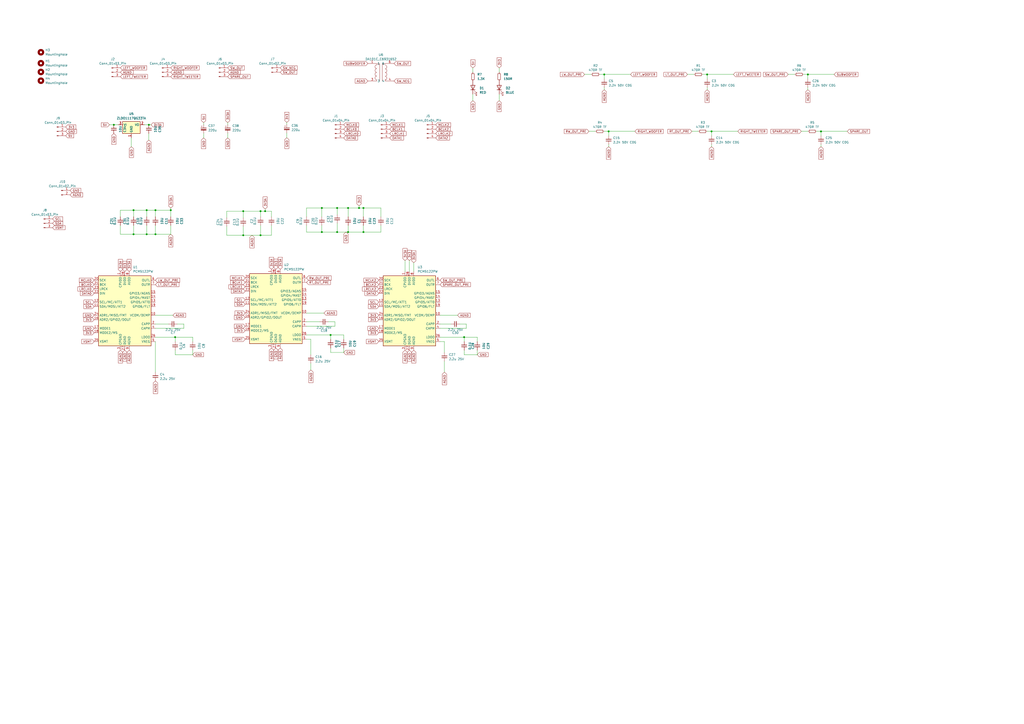
<source format=kicad_sch>
(kicad_sch (version 20231120) (generator "eeschema") (generator_version "8.0")
  (paper "A2")
  (junction (at 85.09 121.92))
  (junction (at 151.13 122.5027))
  (junction (at 353.06 76.2))
  (junction (at 141.0993 136.4727))
  (junction (at 151.13 136.4727))
  (junction (at 90.17 121.92))
  (junction (at 269.24 195.58))
  (junction (at 66.04 72.39))
  (junction (at 153.7993 122.5027))
  (junction (at 201.93 120.65))
  (junction (at 410.21 43.18))
  (junction (at 90.17 135.89))
  (junction (at 210.82 134.62))
  (junction (at 476.25 76.2))
  (junction (at 86.36 72.39))
  (junction (at 195.58 134.62))
  (junction (at 210.82 120.65))
  (junction (at 77.47 121.92))
  (junction (at 186.69 134.62))
  (junction (at 186.69 120.65))
  (junction (at 195.58 120.65))
  (junction (at 141.0993 122.5027))
  (junction (at 101.6 195.58))
  (junction (at 99.06 121.92))
  (junction (at 77.47 135.89))
  (junction (at 201.93 134.62))
  (junction (at 412.75 76.2))
  (junction (at 191.77 194.31))
  (junction (at 208.28 120.65))
  (junction (at 350.52 43.18))
  (junction (at 85.09 135.89))
  (junction (at 468.63 43.18))
  (wire (pts (xy 66.04 72.39) (xy 68.58 72.39)))
  (wire (pts (xy 276.86 205.74) (xy 276.86 203.2)))
  (wire (pts (xy 410.21 52.07) (xy 410.21 50.8)))
  (wire (pts (xy 255.27 195.58) (xy 269.24 195.58)))
  (wire (pts (xy 201.93 134.62) (xy 210.82 134.62)))
  (wire (pts (xy 427.99 76.2) (xy 412.75 76.2)))
  (wire (pts (xy 177.8 194.31) (xy 191.77 194.31)))
  (wire (pts (xy 350.52 45.72) (xy 350.52 43.18)))
  (wire (pts (xy 99.06 125.73) (xy 99.06 121.92)))
  (wire (pts (xy 157.48 122.5027) (xy 153.7993 122.5027)))
  (wire (pts (xy 131.5421 136.4727) (xy 131.5421 131.3569)))
  (wire (pts (xy 199.39 194.31) (xy 199.39 196.85)))
  (wire (pts (xy 177.8 181.61) (xy 187.96 181.61)))
  (wire (pts (xy 118.11 71.12) (xy 118.11 72.263)))
  (wire (pts (xy 153.7993 122.5027) (xy 151.13 122.5027)))
  (wire (pts (xy 131.5421 122.5027) (xy 131.5421 126.2769)))
  (wire (pts (xy 102.87 187.96) (xy 106.68 187.96)))
  (wire (pts (xy 186.69 130.81) (xy 186.69 134.62)))
  (wire (pts (xy 132.08 71.12) (xy 132.08 72.263)))
  (wire (pts (xy 353.06 85.09) (xy 353.06 83.82)))
  (wire (pts (xy 255.27 190.5) (xy 270.51 190.5)))
  (wire (pts (xy 77.47 135.89) (xy 69.85 135.89)))
  (wire (pts (xy 118.11 80.01) (xy 118.11 77.343)))
  (wire (pts (xy 90.17 121.92) (xy 99.06 121.92)))
  (wire (pts (xy 186.69 134.62) (xy 195.58 134.62)))
  (wire (pts (xy 208.28 120.65) (xy 201.93 120.65)))
  (wire (pts (xy 186.69 134.62) (xy 177.8 134.62)))
  (wire (pts (xy 90.17 198.12) (xy 90.17 215.9)))
  (wire (pts (xy 195.58 120.65) (xy 195.58 124.46)))
  (wire (pts (xy 111.76 195.58) (xy 111.76 198.12)))
  (wire (pts (xy 473.71 76.2) (xy 476.25 76.2)))
  (wire (pts (xy 199.39 204.47) (xy 199.39 201.93)))
  (wire (pts (xy 274.32 58.42) (xy 274.32 54.61)))
  (wire (pts (xy 90.17 135.89) (xy 99.06 135.89)))
  (wire (pts (xy 468.63 52.07) (xy 468.63 50.8)))
  (wire (pts (xy 85.09 121.92) (xy 77.47 121.92)))
  (wire (pts (xy 85.09 121.92) (xy 85.09 125.73)))
  (wire (pts (xy 190.5 186.69) (xy 194.31 186.69)))
  (wire (pts (xy 457.2 43.18) (xy 461.01 43.18)))
  (wire (pts (xy 86.36 72.39) (xy 83.82 72.39)))
  (wire (pts (xy 191.77 194.31) (xy 191.77 196.85)))
  (wire (pts (xy 368.3 76.2) (xy 353.06 76.2)))
  (wire (pts (xy 269.24 195.58) (xy 276.86 195.58)))
  (wire (pts (xy 141.0993 122.5027) (xy 131.5421 122.5027)))
  (wire (pts (xy 257.81 209.55) (xy 257.81 215.9)))
  (wire (pts (xy 234.95 151.13) (xy 234.95 157.48)))
  (wire (pts (xy 141.0993 122.5027) (xy 141.0993 126.3127)))
  (wire (pts (xy 132.08 80.01) (xy 132.08 77.343)))
  (wire (pts (xy 106.68 187.96) (xy 106.68 190.5)))
  (wire (pts (xy 186.69 120.65) (xy 177.8 120.65)))
  (wire (pts (xy 201.93 125.73) (xy 201.93 120.65)))
  (wire (pts (xy 210.82 125.73) (xy 210.82 120.65)))
  (wire (pts (xy 90.17 130.81) (xy 90.17 135.89)))
  (wire (pts (xy 339.09 43.18) (xy 342.9 43.18)))
  (wire (pts (xy 210.82 134.62) (xy 220.98 134.62)))
  (wire (pts (xy 412.75 78.74) (xy 412.75 76.2)))
  (wire (pts (xy 180.34 210.82) (xy 180.34 214.63)))
  (wire (pts (xy 237.49 151.13) (xy 237.49 157.48)))
  (wire (pts (xy 90.17 125.73) (xy 90.17 121.92)))
  (wire (pts (xy 186.69 120.65) (xy 186.69 125.73)))
  (wire (pts (xy 201.93 130.81) (xy 201.93 134.62)))
  (wire (pts (xy 101.6 205.74) (xy 101.6 203.2)))
  (wire (pts (xy 77.47 121.92) (xy 69.85 121.92)))
  (wire (pts (xy 412.75 85.09) (xy 412.75 83.82)))
  (wire (pts (xy 195.58 134.62) (xy 201.93 134.62)))
  (wire (pts (xy 151.13 122.5027) (xy 151.13 125.73)))
  (wire (pts (xy 483.87 43.18) (xy 468.63 43.18)))
  (wire (pts (xy 69.85 135.89) (xy 69.85 130.81)))
  (wire (pts (xy 491.49 76.2) (xy 476.25 76.2)))
  (wire (pts (xy 141.0993 136.4727) (xy 151.13 136.4727)))
  (wire (pts (xy 347.98 43.18) (xy 350.52 43.18)))
  (wire (pts (xy 191.77 194.31) (xy 199.39 194.31)))
  (wire (pts (xy 85.09 135.89) (xy 77.47 135.89)))
  (wire (pts (xy 195.58 129.54) (xy 195.58 134.62)))
  (wire (pts (xy 210.82 130.81) (xy 210.82 134.62)))
  (wire (pts (xy 106.68 190.5) (xy 90.17 190.5)))
  (wire (pts (xy 353.06 78.74) (xy 353.06 76.2)))
  (wire (pts (xy 111.76 205.74) (xy 111.76 203.2)))
  (wire (pts (xy 177.8 120.65) (xy 177.8 125.73)))
  (wire (pts (xy 177.8 196.85) (xy 180.34 196.85)))
  (wire (pts (xy 141.0993 131.3927) (xy 141.0993 136.4727)))
  (wire (pts (xy 407.67 43.18) (xy 410.21 43.18)))
  (wire (pts (xy 464.82 76.2) (xy 468.63 76.2)))
  (wire (pts (xy 194.31 186.69) (xy 194.31 189.23)))
  (wire (pts (xy 63.5 72.39) (xy 66.04 72.39)))
  (wire (pts (xy 141.0993 122.5027) (xy 151.13 122.5027)))
  (wire (pts (xy 210.82 120.65) (xy 220.98 120.65)))
  (wire (pts (xy 341.63 76.2) (xy 345.44 76.2)))
  (wire (pts (xy 208.28 120.65) (xy 208.28 119.38)))
  (wire (pts (xy 365.76 43.18) (xy 350.52 43.18)))
  (wire (pts (xy 97.79 187.96) (xy 90.17 187.96)))
  (wire (pts (xy 99.06 130.81) (xy 99.06 135.89)))
  (wire (pts (xy 398.78 43.18) (xy 402.59 43.18)))
  (wire (pts (xy 180.34 196.85) (xy 180.34 205.74)))
  (wire (pts (xy 157.48 130.81) (xy 157.48 136.4727)))
  (wire (pts (xy 153.7993 122.5027) (xy 153.7993 121.2327)))
  (wire (pts (xy 201.93 120.65) (xy 195.58 120.65)))
  (wire (pts (xy 401.32 76.2) (xy 405.13 76.2)))
  (wire (pts (xy 425.45 43.18) (xy 410.21 43.18)))
  (wire (pts (xy 157.48 136.4727) (xy 151.13 136.4727)))
  (wire (pts (xy 269.24 205.74) (xy 269.24 203.2)))
  (wire (pts (xy 77.47 130.81) (xy 77.47 135.89)))
  (wire (pts (xy 77.47 121.92) (xy 77.47 125.73)))
  (wire (pts (xy 274.32 39.37) (xy 274.32 41.91)))
  (wire (pts (xy 157.48 125.73) (xy 157.48 122.5027)))
  (wire (pts (xy 166.37 79.883) (xy 166.37 77.216)))
  (wire (pts (xy 220.98 125.73) (xy 220.98 120.65)))
  (wire (pts (xy 466.09 43.18) (xy 468.63 43.18)))
  (wire (pts (xy 101.6 195.58) (xy 101.6 198.12)))
  (wire (pts (xy 269.24 195.58) (xy 269.24 198.12)))
  (wire (pts (xy 266.7 187.96) (xy 270.51 187.96)))
  (wire (pts (xy 410.21 76.2) (xy 412.75 76.2)))
  (wire (pts (xy 194.31 189.23) (xy 177.8 189.23)))
  (wire (pts (xy 90.17 182.88) (xy 100.33 182.88)))
  (wire (pts (xy 76.2 85.09) (xy 76.2 80.01)))
  (wire (pts (xy 186.69 120.65) (xy 195.58 120.65)))
  (wire (pts (xy 85.09 130.81) (xy 85.09 135.89)))
  (wire (pts (xy 87.63 72.39) (xy 86.36 72.39)))
  (wire (pts (xy 220.98 130.81) (xy 220.98 134.62)))
  (wire (pts (xy 191.77 204.47) (xy 191.77 201.93)))
  (wire (pts (xy 476.25 85.09) (xy 476.25 83.82)))
  (wire (pts (xy 86.36 81.28) (xy 86.36 77.47)))
  (wire (pts (xy 410.21 45.72) (xy 410.21 43.18)))
  (wire (pts (xy 255.27 187.96) (xy 261.62 187.96)))
  (wire (pts (xy 255.27 198.12) (xy 257.81 198.12)))
  (wire (pts (xy 111.76 205.74) (xy 101.6 205.74)))
  (wire (pts (xy 85.09 121.92) (xy 90.17 121.92)))
  (wire (pts (xy 257.81 198.12) (xy 257.81 204.47)))
  (wire (pts (xy 240.03 152.4) (xy 240.03 157.48)))
  (wire (pts (xy 151.13 130.81) (xy 151.13 136.4727)))
  (wire (pts (xy 141.0993 136.4727) (xy 131.5421 136.4727)))
  (wire (pts (xy 350.52 76.2) (xy 353.06 76.2)))
  (wire (pts (xy 85.09 135.89) (xy 90.17 135.89)))
  (wire (pts (xy 185.42 186.69) (xy 177.8 186.69)))
  (wire (pts (xy 468.63 45.72) (xy 468.63 43.18)))
  (wire (pts (xy 69.85 121.92) (xy 69.85 125.73)))
  (wire (pts (xy 350.52 52.07) (xy 350.52 50.8)))
  (wire (pts (xy 270.51 187.96) (xy 270.51 190.5)))
  (wire (pts (xy 199.39 204.47) (xy 191.77 204.47)))
  (wire (pts (xy 276.86 195.58) (xy 276.86 198.12)))
  (wire (pts (xy 289.56 39.37) (xy 289.56 41.91)))
  (wire (pts (xy 90.17 195.58) (xy 101.6 195.58)))
  (wire (pts (xy 99.06 121.92) (xy 99.06 120.65)))
  (wire (pts (xy 208.28 120.65) (xy 210.82 120.65)))
  (wire (pts (xy 476.25 78.74) (xy 476.25 76.2)))
  (wire (pts (xy 166.37 70.993) (xy 166.37 72.136)))
  (wire (pts (xy 255.27 182.88) (xy 265.43 182.88)))
  (wire (pts (xy 289.56 58.42) (xy 289.56 54.61)))
  (wire (pts (xy 276.86 205.74) (xy 269.24 205.74)))
  (wire (pts (xy 177.8 134.62) (xy 177.8 130.81)))
  (wire (pts (xy 101.6 195.58) (xy 111.76 195.58)))
  (global_label "AGND" (shape input) (at 240.03 203.2 270) (property "Intersheetrefs" "${INTERSHEET_REFS}" (effects (hide yes))))
  (global_label "MCLK1" (shape input) (at 226.06 72.39 0) (property "Intersheetrefs" "${INTERSHEET_REFS}" (effects (hide yes))))
  (global_label "AGND" (shape input) (at 410.21 52.07 270) (property "Intersheetrefs" "${INTERSHEET_REFS}" (effects (hide yes))))
  (global_label "LRCLK1" (shape input) (at 226.06 77.47 0) (property "Intersheetrefs" "${INTERSHEET_REFS}" (effects (hide yes))))
  (global_label "3V3A" (shape input) (at 99.06 120.65 90) (property "Intersheetrefs" "${INTERSHEET_REFS}" (effects (hide yes))))
  (global_label "AGND" (shape input) (at 69.85 41.91 0) (property "Intersheetrefs" "${INTERSHEET_REFS}" (effects (hide yes))))
  (global_label "SPARE_OUT" (shape input) (at 491.49 76.2 0) (property "Intersheetrefs" "${INTERSHEET_REFS}" (effects (hide yes))))
  (global_label "BCLK1" (shape input) (at 142.24 163.83 180) (property "Intersheetrefs" "${INTERSHEET_REFS}" (effects (hide yes))))
  (global_label "SPARE_OUT" (shape input) (at 132.08 44.45 0) (property "Intersheetrefs" "${INTERSHEET_REFS}" (effects (hide yes))))
  (global_label "DATA1" (shape input) (at 142.24 168.91 180) (property "Intersheetrefs" "${INTERSHEET_REFS}" (effects (hide yes))))
  (global_label "AGND" (shape input) (at 353.06 85.09 270) (property "Intersheetrefs" "${INTERSHEET_REFS}" (effects (hide yes))))
  (global_label "3V3A" (shape input) (at 87.63 72.39 0) (property "Intersheetrefs" "${INTERSHEET_REFS}" (effects (hide yes))))
  (global_label "RIGHT_TWEETER" (shape input) (at 99.06 44.45 0) (property "Intersheetrefs" "${INTERSHEET_REFS}" (effects (hide yes))))
  (global_label "AGND" (shape input) (at 74.93 203.2 270) (property "Intersheetrefs" "${INTERSHEET_REFS}" (effects (hide yes))))
  (global_label "AGND" (shape input) (at 86.36 81.28 270) (property "Intersheetrefs" "${INTERSHEET_REFS}" (effects (hide yes))))
  (global_label "LRCLK2" (shape input) (at 252.73 77.47 0) (property "Intersheetrefs" "${INTERSHEET_REFS}" (effects (hide yes))))
  (global_label "5V" (shape input) (at 38.1 78.74 0) (property "Intersheetrefs" "${INTERSHEET_REFS}" (effects (hide yes))))
  (global_label "SW_NEG" (shape input) (at 228.6 46.99 0) (property "Intersheetrefs" "${INTERSHEET_REFS}" (effects (hide yes))))
  (global_label "RW_OUT_PRE" (shape input) (at 177.8 161.29 0) (property "Intersheetrefs" "${INTERSHEET_REFS}" (effects (hide yes))))
  (global_label "LW_OUT_PRE" (shape input) (at 339.09 43.18 180) (property "Intersheetrefs" "${INTERSHEET_REFS}" (effects (hide yes))))
  (global_label "3V3" (shape input) (at 219.71 193.04 180) (property "Intersheetrefs" "${INTERSHEET_REFS}" (effects (hide yes))))
  (global_label "AGND" (shape input) (at 213.36 46.99 180) (property "Intersheetrefs" "${INTERSHEET_REFS}" (effects (hide yes))))
  (global_label "3V3A" (shape input) (at 234.95 151.13 90) (property "Intersheetrefs" "${INTERSHEET_REFS}" (effects (hide yes))))
  (global_label "XSMT" (shape input) (at 30.48 132.08 0) (property "Intersheetrefs" "${INTERSHEET_REFS}" (effects (hide yes))))
  (global_label "3V3" (shape input) (at 160.02 156.21 90) (property "Intersheetrefs" "${INTERSHEET_REFS}" (effects (hide yes))))
  (global_label "GND" (shape input) (at 38.1 76.2 0) (property "Intersheetrefs" "${INTERSHEET_REFS}" (effects (hide yes))))
  (global_label "GND" (shape input) (at 289.56 58.42 270) (property "Intersheetrefs" "${INTERSHEET_REFS}" (effects (hide yes))))
  (global_label "GND" (shape input) (at 132.08 80.01 270) (property "Intersheetrefs" "${INTERSHEET_REFS}" (effects (hide yes))))
  (global_label "LEFT_TWEETER" (shape input) (at 69.85 44.45 0) (property "Intersheetrefs" "${INTERSHEET_REFS}" (effects (hide yes))))
  (global_label "GND" (shape input) (at 54.61 190.5 180) (property "Intersheetrefs" "${INTERSHEET_REFS}" (effects (hide yes))))
  (global_label "GND" (shape input) (at 142.24 184.15 180) (property "Intersheetrefs" "${INTERSHEET_REFS}" (effects (hide yes))))
  (global_label "MCLK0" (shape input) (at 199.39 72.39 0) (property "Intersheetrefs" "${INTERSHEET_REFS}" (effects (hide yes))))
  (global_label "RIGHT_WOOFER" (shape input) (at 368.3 76.2 0) (property "Intersheetrefs" "${INTERSHEET_REFS}" (effects (hide yes))))
  (global_label "5V" (shape input) (at 274.32 39.37 90) (property "Intersheetrefs" "${INTERSHEET_REFS}" (effects (hide yes))))
  (global_label "AGND" (shape input) (at 257.81 215.9 270) (property "Intersheetrefs" "${INTERSHEET_REFS}" (effects (hide yes))))
  (global_label "GND" (shape input) (at 199.39 204.47 0) (property "Intersheetrefs" "${INTERSHEET_REFS}" (effects (hide yes))))
  (global_label "3V3" (shape input) (at 54.61 185.42 180) (property "Intersheetrefs" "${INTERSHEET_REFS}" (effects (hide yes))))
  (global_label "3V3" (shape input) (at 208.28 119.38 90) (property "Intersheetrefs" "${INTERSHEET_REFS}" (effects (hide yes))))
  (global_label "AGND" (shape input) (at 412.75 85.09 270) (property "Intersheetrefs" "${INTERSHEET_REFS}" (effects (hide yes))))
  (global_label "AGND" (shape input) (at 234.95 203.2 270) (property "Intersheetrefs" "${INTERSHEET_REFS}" (effects (hide yes))))
  (global_label "GND" (shape input) (at 66.04 77.47 270) (property "Intersheetrefs" "${INTERSHEET_REFS}" (effects (hide yes))))
  (global_label "MCLK0" (shape input) (at 54.61 162.56 180) (property "Intersheetrefs" "${INTERSHEET_REFS}" (effects (hide yes))))
  (global_label "AGND" (shape input) (at 100.33 182.88 0) (property "Intersheetrefs" "${INTERSHEET_REFS}" (effects (hide yes))))
  (global_label "GND" (shape input) (at 160.02 201.93 270) (property "Intersheetrefs" "${INTERSHEET_REFS}" (effects (hide yes))))
  (global_label "3V3" (shape input) (at 166.37 70.993 90) (property "Intersheetrefs" "${INTERSHEET_REFS}" (effects (hide yes))))
  (global_label "GND" (shape input) (at 166.37 79.883 270) (property "Intersheetrefs" "${INTERSHEET_REFS}" (effects (hide yes))))
  (global_label "GND" (shape input) (at 72.39 203.2 270) (property "Intersheetrefs" "${INTERSHEET_REFS}" (effects (hide yes))))
  (global_label "GND" (shape input) (at 274.32 58.42 270) (property "Intersheetrefs" "${INTERSHEET_REFS}" (effects (hide yes))))
  (global_label "MCLK1" (shape input) (at 142.24 161.29 180) (property "Intersheetrefs" "${INTERSHEET_REFS}" (effects (hide yes))))
  (global_label "AGND" (shape input) (at 162.56 201.93 270) (property "Intersheetrefs" "${INTERSHEET_REFS}" (effects (hide yes))))
  (global_label "3V3" (shape input) (at 219.71 182.88 180) (property "Intersheetrefs" "${INTERSHEET_REFS}" (effects (hide yes))))
  (global_label "LT_OUT_PRE" (shape input) (at 398.78 43.18 180) (property "Intersheetrefs" "${INTERSHEET_REFS}" (effects (hide yes))))
  (global_label "SUBWOOFER" (shape input) (at 483.87 43.18 0) (property "Intersheetrefs" "${INTERSHEET_REFS}" (effects (hide yes))))
  (global_label "GND" (shape input) (at 219.71 190.5 180) (property "Intersheetrefs" "${INTERSHEET_REFS}" (effects (hide yes))))
  (global_label "SDA" (shape input) (at 30.48 129.54 0) (property "Intersheetrefs" "${INTERSHEET_REFS}" (effects (hide yes))))
  (global_label "SW_OUT_PRE" (shape input) (at 457.2 43.18 180) (property "Intersheetrefs" "${INTERSHEET_REFS}" (effects (hide yes))))
  (global_label "DATA0" (shape input) (at 199.39 80.01 0) (property "Intersheetrefs" "${INTERSHEET_REFS}" (effects (hide yes))))
  (global_label "SDA" (shape input) (at 142.24 176.53 180) (property "Intersheetrefs" "${INTERSHEET_REFS}" (effects (hide yes))))
  (global_label "GND" (shape input) (at 200.66 134.62 270) (property "Intersheetrefs" "${INTERSHEET_REFS}" (effects (hide yes))))
  (global_label "MCLK2" (shape input) (at 219.71 162.56 180) (property "Intersheetrefs" "${INTERSHEET_REFS}" (effects (hide yes))))
  (global_label "SCL" (shape input) (at 219.71 175.26 180) (property "Intersheetrefs" "${INTERSHEET_REFS}" (effects (hide yes))))
  (global_label "3V3A" (shape input) (at 153.7993 121.2327 90) (property "Intersheetrefs" "${INTERSHEET_REFS}" (effects (hide yes))))
  (global_label "SCL" (shape input) (at 54.61 175.26 180) (property "Intersheetrefs" "${INTERSHEET_REFS}" (effects (hide yes))))
  (global_label "3V3" (shape input) (at 72.39 157.48 90) (property "Intersheetrefs" "${INTERSHEET_REFS}" (effects (hide yes))))
  (global_label "AGND" (shape input) (at 180.34 214.63 270) (property "Intersheetrefs" "${INTERSHEET_REFS}" (effects (hide yes))))
  (global_label "BCLK2" (shape input) (at 219.71 165.1 180) (property "Intersheetrefs" "${INTERSHEET_REFS}" (effects (hide yes))))
  (global_label "AGND" (shape input) (at 99.06 135.89 270) (property "Intersheetrefs" "${INTERSHEET_REFS}" (effects (hide yes))))
  (global_label "SCL" (shape input) (at 30.48 127 0) (property "Intersheetrefs" "${INTERSHEET_REFS}" (effects (hide yes))))
  (global_label "3V3" (shape input) (at 54.61 193.04 180) (property "Intersheetrefs" "${INTERSHEET_REFS}" (effects (hide yes))))
  (global_label "GND" (shape input) (at 40.64 110.49 0) (property "Intersheetrefs" "${INTERSHEET_REFS}" (effects (hide yes))))
  (global_label "AGND" (shape input) (at 350.52 52.07 270) (property "Intersheetrefs" "${INTERSHEET_REFS}" (effects (hide yes))))
  (global_label "RIGHT_TWEETER" (shape input) (at 427.99 76.2 0) (property "Intersheetrefs" "${INTERSHEET_REFS}" (effects (hide yes))))
  (global_label "LW_OUT_PRE" (shape input) (at 90.17 162.56 0) (property "Intersheetrefs" "${INTERSHEET_REFS}" (effects (hide yes))))
  (global_label "DATA0" (shape input) (at 54.61 170.18 180) (property "Intersheetrefs" "${INTERSHEET_REFS}" (effects (hide yes))))
  (global_label "3V3" (shape input) (at 142.24 181.61 180) (property "Intersheetrefs" "${INTERSHEET_REFS}" (effects (hide yes))))
  (global_label "3V3" (shape input) (at 38.1 73.66 0) (property "Intersheetrefs" "${INTERSHEET_REFS}" (effects (hide yes))))
  (global_label "XSMT" (shape input) (at 219.71 198.12 180) (property "Intersheetrefs" "${INTERSHEET_REFS}" (effects (hide yes))))
  (global_label "BCLK0" (shape input) (at 54.61 165.1 180) (property "Intersheetrefs" "${INTERSHEET_REFS}" (effects (hide yes))))
  (global_label "AGND" (shape input) (at 157.48 201.93 270) (property "Intersheetrefs" "${INTERSHEET_REFS}" (effects (hide yes))))
  (global_label "3V3" (shape input) (at 289.56 39.37 90) (property "Intersheetrefs" "${INTERSHEET_REFS}" (effects (hide yes))))
  (global_label "GND" (shape input) (at 142.24 189.23 180) (property "Intersheetrefs" "${INTERSHEET_REFS}" (effects (hide yes))))
  (global_label "LRCLK0" (shape input) (at 199.39 77.47 0) (property "Intersheetrefs" "${INTERSHEET_REFS}" (effects (hide yes))))
  (global_label "AGND" (shape input) (at 99.06 41.91 0) (property "Intersheetrefs" "${INTERSHEET_REFS}" (effects (hide yes))))
  (global_label "RT_OUT_PRE" (shape input) (at 177.8 163.83 0) (property "Intersheetrefs" "${INTERSHEET_REFS}" (effects (hide yes))))
  (global_label "AGND" (shape input) (at 146.1793 136.4727 270) (property "Intersheetrefs" "${INTERSHEET_REFS}" (effects (hide yes))))
  (global_label "AGND" (shape input) (at 132.08 41.91 0) (property "Intersheetrefs" "${INTERSHEET_REFS}" (effects (hide yes))))
  (global_label "BCLK1" (shape input) (at 226.06 74.93 0) (property "Intersheetrefs" "${INTERSHEET_REFS}" (effects (hide yes))))
  (global_label "3V3A" (shape input) (at 132.08 71.12 90) (property "Intersheetrefs" "${INTERSHEET_REFS}" (effects (hide yes))))
  (global_label "AGND" (shape input) (at 69.85 203.2 270) (property "Intersheetrefs" "${INTERSHEET_REFS}" (effects (hide yes))))
  (global_label "SW_OUT" (shape input) (at 132.08 39.37 0) (property "Intersheetrefs" "${INTERSHEET_REFS}" (effects (hide yes))))
  (global_label "3V3" (shape input) (at 142.24 191.77 180) (property "Intersheetrefs" "${INTERSHEET_REFS}" (effects (hide yes))))
  (global_label "AGND" (shape input) (at 90.17 220.98 270) (property "Intersheetrefs" "${INTERSHEET_REFS}" (effects (hide yes))))
  (global_label "LEFT_WOOFER" (shape input) (at 69.85 39.37 0) (property "Intersheetrefs" "${INTERSHEET_REFS}" (effects (hide yes))))
  (global_label "AGND" (shape input) (at 40.64 113.03 0) (property "Intersheetrefs" "${INTERSHEET_REFS}" (effects (hide yes))))
  (global_label "3V3" (shape input) (at 219.71 185.42 180) (property "Intersheetrefs" "${INTERSHEET_REFS}" (effects (hide yes))))
  (global_label "DATA2" (shape input) (at 252.73 80.01 0) (property "Intersheetrefs" "${INTERSHEET_REFS}" (effects (hide yes))))
  (global_label "3V3A" (shape input) (at 74.93 157.48 90) (property "Intersheetrefs" "${INTERSHEET_REFS}" (effects (hide yes))))
  (global_label "SDA" (shape input) (at 54.61 177.8 180) (property "Intersheetrefs" "${INTERSHEET_REFS}" (effects (hide yes))))
  (global_label "GND" (shape input) (at 276.86 205.74 0) (property "Intersheetrefs" "${INTERSHEET_REFS}" (effects (hide yes))))
  (global_label "DATA1" (shape input) (at 226.06 80.01 0) (property "Intersheetrefs" "${INTERSHEET_REFS}" (effects (hide yes))))
  (global_label "SPARE_OUT_PRE" (shape input) (at 464.82 76.2 180) (property "Intersheetrefs" "${INTERSHEET_REFS}" (effects (hide yes))))
  (global_label "BCLK0" (shape input) (at 199.39 74.93 0) (property "Intersheetrefs" "${INTERSHEET_REFS}" (effects (hide yes))))
  (global_label "BCLK2" (shape input) (at 252.73 74.93 0) (property "Intersheetrefs" "${INTERSHEET_REFS}" (effects (hide yes))))
  (global_label "GND" (shape input) (at 111.76 205.74 0) (property "Intersheetrefs" "${INTERSHEET_REFS}" (effects (hide yes))))
  (global_label "GND" (shape input) (at 237.49 203.2 270) (property "Intersheetrefs" "${INTERSHEET_REFS}" (effects (hide yes))))
  (global_label "SW_NEG" (shape input) (at 162.56 39.37 0) (property "Intersheetrefs" "${INTERSHEET_REFS}" (effects (hide yes))))
  (global_label "SW_OUT_PRE" (shape input) (at 255.27 162.56 0) (property "Intersheetrefs" "${INTERSHEET_REFS}" (effects (hide yes))))
  (global_label "LRCLK1" (shape input) (at 142.24 166.37 180) (property "Intersheetrefs" "${INTERSHEET_REFS}" (effects (hide yes))))
  (global_label "GND" (shape input) (at 76.2 85.09 270) (property "Intersheetrefs" "${INTERSHEET_REFS}" (effects (hide yes))))
  (global_label "SPARE_OUT_PRE" (shape input) (at 255.27 165.1 0) (property "Intersheetrefs" "${INTERSHEET_REFS}" (effects (hide yes))))
  (global_label "SW_OUT" (shape input) (at 228.6 36.83 0) (property "Intersheetrefs" "${INTERSHEET_REFS}" (effects (hide yes))))
  (global_label "XSMT" (shape input) (at 54.61 198.12 180) (property "Intersheetrefs" "${INTERSHEET_REFS}" (effects (hide yes))))
  (global_label "5V" (shape input) (at 63.5 72.39 180) (property "Intersheetrefs" "${INTERSHEET_REFS}" (effects (hide yes))))
  (global_label "AGND" (shape input) (at 476.25 85.09 270) (property "Intersheetrefs" "${INTERSHEET_REFS}" (effects (hide yes))))
  (global_label "LT_OUT_PRE" (shape input) (at 90.17 165.1 0) (property "Intersheetrefs" "${INTERSHEET_REFS}" (effects (hide yes))))
  (global_label "GND" (shape input) (at 118.11 80.01 270) (property "Intersheetrefs" "${INTERSHEET_REFS}" (effects (hide yes))))
  (global_label "LEFT_TWEETER" (shape input) (at 425.45 43.18 0) (property "Intersheetrefs" "${INTERSHEET_REFS}" (effects (hide yes))))
  (global_label "3V3A" (shape input) (at 240.03 152.4 90) (property "Intersheetrefs" "${INTERSHEET_REFS}" (effects (hide yes))))
  (global_label "AGND" (shape input) (at 187.96 181.61 0) (property "Intersheetrefs" "${INTERSHEET_REFS}" (effects (hide yes))))
  (global_label "AGND" (shape input) (at 468.63 52.07 270) (property "Intersheetrefs" "${INTERSHEET_REFS}" (effects (hide yes))))
  (global_label "AGND" (shape input) (at 265.43 182.88 0) (property "Intersheetrefs" "${INTERSHEET_REFS}" (effects (hide yes))))
  (global_label "SCL" (shape input) (at 142.24 173.99 180) (property "Intersheetrefs" "${INTERSHEET_REFS}" (effects (hide yes))))
  (global_label "LRCLK0" (shape input) (at 54.61 167.64 180) (property "Intersheetrefs" "${INTERSHEET_REFS}" (effects (hide yes))))
  (global_label "5V" (shape input) (at 118.11 71.12 90) (property "Intersheetrefs" "${INTERSHEET_REFS}" (effects (hide yes))))
  (global_label "SW_OUT" (shape input) (at 162.56 41.91 0) (property "Intersheetrefs" "${INTERSHEET_REFS}" (effects (hide yes))))
  (global_label "RT_OUT_PRE" (shape input) (at 401.32 76.2 180) (property "Intersheetrefs" "${INTERSHEET_REFS}" (effects (hide yes))))
  (global_label "RIGHT_WOOFER" (shape input) (at 99.06 39.37 0) (property "Intersheetrefs" "${INTERSHEET_REFS}" (effects (hide yes))))
  (global_label "SDA" (shape input) (at 219.71 177.8 180) (property "Intersheetrefs" "${INTERSHEET_REFS}" (effects (hide yes))))
  (global_label "RW_OUT_PRE" (shape input) (at 341.63 76.2 180) (property "Intersheetrefs" "${INTERSHEET_REFS}" (effects (hide yes))))
  (global_label "SUBWOOFER" (shape input) (at 213.36 36.83 180) (property "Intersheetrefs" "${INTERSHEET_REFS}" (effects (hide yes))))
  (global_label "3V3A" (shape input) (at 157.48 156.21 90) (property "Intersheetrefs" "${INTERSHEET_REFS}" (effects (hide yes))))
  (global_label "3V3" (shape input) (at 237.49 151.13 90) (property "Intersheetrefs" "${INTERSHEET_REFS}" (effects (hide yes))))
  (global_label "DATA2" (shape input) (at 219.71 170.18 180) (property "Intersheetrefs" "${INTERSHEET_REFS}" (effects (hide yes))))
  (global_label "MCLK2" (shape input) (at 252.73 72.39 0) (property "Intersheetrefs" "${INTERSHEET_REFS}" (effects (hide yes))))
  (global_label "3V3A" (shape input) (at 69.85 157.48 90) (property "Intersheetrefs" "${INTERSHEET_REFS}" (effects (hide yes))))
  (global_label "LEFT_WOOFER" (shape input) (at 365.76 43.18 0) (property "Intersheetrefs" "${INTERSHEET_REFS}" (effects (hide yes))))
  (global_label "GND" (shape input) (at 54.61 182.88 180) (property "Intersheetrefs" "${INTERSHEET_REFS}" (effects (hide yes))))
  (global_label "LRCLK2" (shape input) (at 219.71 167.64 180) (property "Intersheetrefs" "${INTERSHEET_REFS}" (effects (hide yes))))
  (global_label "XSMT" (shape input) (at 142.24 196.85 180) (property "Intersheetrefs" "${INTERSHEET_REFS}" (effects (hide yes))))
  (global_label "3V3A" (shape input) (at 162.56 156.21 90) (property "Intersheetrefs" "${INTERSHEET_REFS}" (effects (hide yes))))
  (symbol (lib_id "Device:LED") (at 289.56 50.8 90) (unit 1)
    (property "Reference" "D2" (at 293.37 51.1174 90) (effects (justify right)))
    (property "Value" "BLUE" (at 293.37 53.6574 90) (effects (justify right)))
    (property "Footprint" "LED_SMD:LED_0603_1608Metric" (effects (hide yes)))
    (property "Description" "Light emitting diode" (effects (hide yes)))
  )
  (symbol (lib_id "Device:R_Small") (at 407.67 76.2 90) (unit 1)
    (property "Reference" "R3" (at 407.67 71.12 90))
    (property "Value" "470R TF" (at 407.67 73.66 90))
    (property "Footprint" "Resistor_SMD:R_0805_2012Metric_Pad1.20x1.40mm_HandSolder" (effects (hide yes)))
    (property "Description" "Resistor, small symbol" (effects (hide yes)))
    (property "Mouser" "603-RT0805FRE07470RL" (effects (hide yes)))
  )
  (symbol (lib_id "Connector:Conn_01x02_Pin") (at 157.48 39.37 0) (unit 1)
    (property "Reference" "J7" (at 158.115 34.29 0))
    (property "Value" "Conn_01x02_Pin" (at 158.115 36.83 0))
    (property "Footprint" "Connector_JST:JST_PH_B2B-PH-K_1x02_P2.00mm_Vertical" (effects (hide yes)))
    (property "Description" "Generic connector, single row, 01x02, script generated" (effects (hide yes)))
  )
  (symbol (lib_id "Device:C_Small") (at 476.25 81.28 180) (unit 1)
    (property "Reference" "C25" (at 478.79 80.0035 0) (effects (justify right)))
    (property "Value" "2.2n 50V C0G" (at 478.79 82.5435 0) (effects (justify right)))
    (property "Footprint" "Capacitor_SMD:C_0805_2012Metric_Pad1.18x1.45mm_HandSolder" (effects (hide yes)))
    (property "Description" "Unpolarized capacitor, small symbol" (effects (hide yes)))
  )
  (symbol (lib_id "Connector:Conn_01x03_Pin") (at 25.4 129.54 0) (unit 1)
    (property "Reference" "J8" (at 26.035 121.92 0))
    (property "Value" "Conn_01x03_Pin" (at 26.035 124.46 0))
    (property "Footprint" "Connector_JST:JST_PH_B3B-PH-K_1x03_P2.00mm_Vertical" (effects (hide yes)))
    (property "Description" "Generic connector, single row, 01x03, script generated" (effects (hide yes)))
  )
  (symbol (lib_id "Device:C_Small") (at 199.39 199.39 0) (unit 1)
    (property "Reference" "C19" (at 205.74 199.3963 90))
    (property "Value" "10U" (at 203.2 199.3963 90))
    (property "Footprint" "Capacitor_SMD:C_1206_3216Metric_Pad1.33x1.80mm_HandSolder" (effects (hide yes)))
    (property "Description" "Unpolarized capacitor, small symbol" (effects (hide yes)))
  )
  (symbol (lib_id "Device:C_Small") (at 201.93 128.27 0) (unit 1)
    (property "Reference" "C1" (at 208.28 128.2763 90))
    (property "Value" "10U" (at 205.74 128.2763 90))
    (property "Footprint" "Capacitor_SMD:C_1206_3216Metric_Pad1.33x1.80mm_HandSolder" (effects (hide yes)))
    (property "Description" "Unpolarized capacitor, small symbol" (effects (hide yes)))
  )
  (symbol (lib_id "Mechanical:MountingHole") (at 23.7383 36.6689 0) (unit 1) (exclude_from_sim yes) (in_bom no)
    (property "Reference" "H1" (at 26.2783 35.3988 0) (effects (justify left)))
    (property "Value" "MountingHole" (at 26.2783 37.9388 0) (effects (justify left)))
    (property "Footprint" "MountingHole:MountingHole_3.2mm_M3_DIN965_Pad_TopOnly" (effects (hide yes)))
    (property "Description" "Mounting Hole without connection" (effects (hide yes)))
  )
  (symbol (lib_id "Mechanical:MountingHole") (at 23.7383 46.8289 0) (unit 1) (exclude_from_sim yes) (in_bom no)
    (property "Reference" "H4" (at 26.2783 45.5588 0) (effects (justify left)))
    (property "Value" "MountingHole" (at 26.2783 48.0988 0) (effects (justify left)))
    (property "Footprint" "MountingHole:MountingHole_3.2mm_M3_DIN965_Pad_TopOnly" (effects (hide yes)))
    (property "Description" "Mounting Hole without connection" (effects (hide yes)))
  )
  (symbol (lib_id "Connector:Conn_01x03_Pin") (at 127 41.91 0) (unit 1)
    (property "Reference" "J6" (at 127.635 34.29 0))
    (property "Value" "Conn_01x03_Pin" (at 127.635 36.83 0))
    (property "Footprint" "Connector_JST:JST_PH_B3B-PH-K_1x03_P2.00mm_Vertical" (effects (hide yes)))
    (property "Description" "Generic connector, single row, 01x03, script generated" (effects (hide yes)))
  )
  (symbol (lib_id "Connector:Conn_01x04_Pin") (at 247.65 74.93 0) (unit 1)
    (property "Reference" "J5" (at 248.285 67.31 0))
    (property "Value" "Conn_01x04_Pin" (at 248.285 69.85 0))
    (property "Footprint" "Connector_JST:JST_PH_B4B-PH-K_1x04_P2.00mm_Vertical" (effects (hide yes)))
    (property "Description" "Generic connector, single row, 01x04, script generated" (effects (hide yes)))
  )
  (symbol (lib_id "Connector:Conn_01x03_Pin") (at 64.77 41.91 0) (unit 1)
    (property "Reference" "J2" (at 65.405 34.29 0))
    (property "Value" "Conn_01x03_Pin" (at 65.405 36.83 0))
    (property "Footprint" "Connector_JST:JST_PH_B3B-PH-K_1x03_P2.00mm_Vertical" (effects (hide yes)))
    (property "Description" "Generic connector, single row, 01x03, script generated" (effects (hide yes)))
  )
  (symbol (lib_id "Device:C_Small") (at 177.8 128.27 0) (unit 1)
    (property "Reference" "C9" (at 172.72 128.27 90))
    (property "Value" "0.1U" (at 174.498 128.27 90))
    (property "Footprint" "Capacitor_SMD:C_0805_2012Metric_Pad1.18x1.45mm_HandSolder" (effects (hide yes)))
    (property "Description" "Unpolarized capacitor, small symbol" (effects (hide yes)))
  )
  (symbol (lib_id "Device:C_Polarized_Small") (at 132.08 74.803 0) (unit 1)
    (property "Reference" "C38" (at 134.747 72.9869 0) (effects (justify left)))
    (property "Value" "220u" (at 134.747 75.5269 0) (effects (justify left)))
    (property "Footprint" "Capacitor_THT:CP_Radial_D6.3mm_P2.50mm" (effects (hide yes)))
  )
  (symbol (lib_id "Device:C_Small") (at 350.52 48.26 180) (unit 1)
    (property "Reference" "C5" (at 353.06 46.9835 0) (effects (justify right)))
    (property "Value" "2.2n 50V C0G" (at 353.06 49.5235 0) (effects (justify right)))
    (property "Footprint" "Capacitor_SMD:C_0805_2012Metric_Pad1.18x1.45mm_HandSolder" (effects (hide yes)))
    (property "Description" "Unpolarized capacitor, small symbol" (effects (hide yes)))
    (property "Mouser" "791-0805N222F500CT" (effects (hide yes)))
  )
  (symbol (lib_id "Device:R_Small") (at 471.17 76.2 90) (unit 1)
    (property "Reference" "R5" (at 471.17 71.12 90))
    (property "Value" "470R TF" (at 471.17 73.66 90))
    (property "Footprint" "Resistor_SMD:R_0805_2012Metric_Pad1.20x1.40mm_HandSolder" (effects (hide yes)))
    (property "Description" "Resistor, small symbol" (effects (hide yes)))
    (property "Mouser" "603-RT0805FRE07470RL" (effects (hide yes)))
  )
  (symbol (lib_id "Device:C_Small") (at 468.63 48.26 180) (unit 1)
    (property "Reference" "C26" (at 471.17 46.9835 0) (effects (justify right)))
    (property "Value" "2.2n 50V C0G" (at 471.17 49.5235 0) (effects (justify right)))
    (property "Footprint" "Capacitor_SMD:C_0805_2012Metric_Pad1.18x1.45mm_HandSolder" (effects (hide yes)))
    (property "Description" "Unpolarized capacitor, small symbol" (effects (hide yes)))
  )
  (symbol (lib_id "Audio:PCM5122PW") (at 72.39 180.34 0) (unit 1)
    (property "Reference" "U1" (at 77.1241 154.94 0) (effects (justify left)))
    (property "Value" "PCM5122PW" (at 77.1241 157.48 0) (effects (justify left)))
    (property "Footprint" "Package_SO:TSSOP-28_4.4x9.7mm_P0.65mm" (effects (hide yes)))
    (property "Datasheet" "http://www.ti.com/lit/ds/symlink/pcm5122.pdf" (effects (hide yes)))
    (property "Description" "2VRMS DirectPath, 112dB Audio Stereo DAC with 32-bit, 384kHz PCM Interface, TSSOP-28" (effects (hide yes)))
    (property "Mouser" " 595-PCM5122PWR " (effects (hide yes)))
  )
  (symbol (lib_id "Device:R_Small") (at 405.13 43.18 90) (unit 1)
    (property "Reference" "R1" (at 405.13 38.1 90))
    (property "Value" "470R TF" (at 405.13 40.64 90))
    (property "Footprint" "Resistor_SMD:R_0805_2012Metric_Pad1.20x1.40mm_HandSolder" (effects (hide yes)))
    (property "Description" "Resistor, small symbol" (effects (hide yes)))
    (property "Mouser" "603-RT0805FRE07470RL" (effects (hide yes)))
  )
  (symbol (lib_id "Device:R_Small") (at 463.55 43.18 90) (unit 1)
    (property "Reference" "R6" (at 463.55 38.1 90))
    (property "Value" "470R TF" (at 463.55 40.64 90))
    (property "Footprint" "Resistor_SMD:R_0805_2012Metric_Pad1.20x1.40mm_HandSolder" (effects (hide yes)))
    (property "Description" "Resistor, small symbol" (effects (hide yes)))
    (property "Mouser" "603-RT0805FRE07470RL" (effects (hide yes)))
  )
  (symbol (lib_id "Device:C_Small") (at 100.33 187.96 90) (unit 1)
    (property "Reference" "C7" (at 100.33 193.04 90))
    (property "Value" "2.2u 25V" (at 100.33 191.262 90))
    (property "Footprint" "Capacitor_SMD:C_0805_2012Metric_Pad1.18x1.45mm_HandSolder" (effects (hide yes)))
    (property "Description" "Unpolarized capacitor, small symbol" (effects (hide yes)))
    (property "Mouser" " 603-CC1206JKX78BB225 " (effects (hide yes)))
  )
  (symbol (lib_id "Device:C_Polarized_Small") (at 118.11 74.803 0) (unit 1)
    (property "Reference" "C37" (at 120.777 72.9869 0) (effects (justify left)))
    (property "Value" "220u" (at 120.777 75.5269 0) (effects (justify left)))
    (property "Footprint" "Capacitor_THT:CP_Radial_D6.3mm_P2.50mm" (effects (hide yes)))
  )
  (symbol (lib_id "Device:C_Small") (at 131.5421 128.8169 0) (unit 1)
    (property "Reference" "C24" (at 126.4621 128.8169 90))
    (property "Value" "0.1U" (at 128.2401 128.8169 90))
    (property "Footprint" "Capacitor_SMD:C_0805_2012Metric_Pad1.18x1.45mm_HandSolder" (effects (hide yes)))
    (property "Description" "Unpolarized capacitor, small symbol" (effects (hide yes)))
  )
  (symbol (lib_id "Device:C_Small") (at 186.69 128.27 0) (unit 1)
    (property "Reference" "C20" (at 181.61 128.27 90))
    (property "Value" "0.1U" (at 183.388 128.27 90))
    (property "Footprint" "Capacitor_SMD:C_0805_2012Metric_Pad1.18x1.45mm_HandSolder" (effects (hide yes)))
    (property "Description" "Unpolarized capacitor, small symbol" (effects (hide yes)))
  )
  (symbol (lib_id "Device:C_Small") (at 195.58 127 0) (unit 1)
    (property "Reference" "C32" (at 190.5 127 90))
    (property "Value" "0.1U" (at 192.278 127 90))
    (property "Footprint" "Capacitor_SMD:C_0805_2012Metric_Pad1.18x1.45mm_HandSolder" (effects (hide yes)))
    (property "Description" "Unpolarized capacitor, small symbol" (effects (hide yes)))
  )
  (symbol (lib_id "Connector:Conn_01x02_Pin") (at 35.56 110.49 0) (unit 1)
    (property "Reference" "J10" (at 36.195 105.41 0))
    (property "Value" "Conn_01x02_Pin" (at 36.195 107.95 0))
    (property "Footprint" "Connector_PinHeader_2.54mm:PinHeader_1x02_P2.54mm_Vertical" (effects (hide yes)))
    (property "Description" "Generic connector, single row, 01x02, script generated" (effects (hide yes)))
  )
  (symbol (lib_id "Device:C_Small") (at 410.21 48.26 180) (unit 1)
    (property "Reference" "C3" (at 412.75 46.9835 0) (effects (justify right)))
    (property "Value" "2.2n 50V C0G" (at 412.75 49.5235 0) (effects (justify right)))
    (property "Footprint" "Capacitor_SMD:C_0805_2012Metric_Pad1.18x1.45mm_HandSolder" (effects (hide yes)))
    (property "Description" "Unpolarized capacitor, small symbol" (effects (hide yes)))
    (property "Mouser" "791-0805N222F500CT" (effects (hide yes)))
  )
  (symbol (lib_id "Device:C_Small") (at 269.24 200.66 180) (unit 1)
    (property "Reference" "C28" (at 274.32 200.66 90))
    (property "Value" "0.1U" (at 272.542 200.66 90))
    (property "Footprint" "Capacitor_SMD:C_0805_2012Metric_Pad1.18x1.45mm_HandSolder" (effects (hide yes)))
    (property "Description" "Unpolarized capacitor, small symbol" (effects (hide yes)))
  )
  (symbol (lib_id "Device:C_Small") (at 99.06 128.27 0) (unit 1)
    (property "Reference" "C33" (at 105.41 128.2763 90))
    (property "Value" "10U" (at 102.87 128.2763 90))
    (property "Footprint" "Capacitor_SMD:C_1206_3216Metric_Pad1.33x1.80mm_HandSolder" (effects (hide yes)))
    (property "Description" "Unpolarized capacitor, small symbol" (effects (hide yes)))
  )
  (symbol (lib_id "Device:C_Small") (at 220.98 128.27 0) (unit 1)
    (property "Reference" "C12" (at 227.33 128.2763 90))
    (property "Value" "10U" (at 224.79 128.2763 90))
    (property "Footprint" "Capacitor_SMD:C_1206_3216Metric_Pad1.33x1.80mm_HandSolder" (effects (hide yes)))
    (property "Description" "Unpolarized capacitor, small symbol" (effects (hide yes)))
  )
  (symbol (lib_id "Audio:PCM5122PW") (at 160.02 179.07 0) (unit 1)
    (property "Reference" "U2" (at 164.7541 153.67 0) (effects (justify left)))
    (property "Value" "PCM5122PW" (at 164.7541 156.21 0) (effects (justify left)))
    (property "Footprint" "Package_SO:TSSOP-28_4.4x9.7mm_P0.65mm" (effects (hide yes)))
    (property "Datasheet" "http://www.ti.com/lit/ds/symlink/pcm5122.pdf" (effects (hide yes)))
    (property "Description" "2VRMS DirectPath, 112dB Audio Stereo DAC with 32-bit, 384kHz PCM Interface, TSSOP-28" (effects (hide yes)))
    (property "Mouser" " 595-PCM5122PWR " (effects (hide yes)))
  )
  (symbol (lib_id "Device:C_Small") (at 353.06 81.28 180) (unit 1)
    (property "Reference" "C15" (at 355.6 80.0035 0) (effects (justify right)))
    (property "Value" "2.2n 50V C0G" (at 355.6 82.5435 0) (effects (justify right)))
    (property "Footprint" "Capacitor_SMD:C_0805_2012Metric_Pad1.18x1.45mm_HandSolder" (effects (hide yes)))
    (property "Description" "Unpolarized capacitor, small symbol" (effects (hide yes)))
    (property "Mouser" "791-0805N222F500CT" (effects (hide yes)))
  )
  (symbol (lib_id "Device:C_Small") (at 85.09 128.27 0) (unit 1)
    (property "Reference" "C10" (at 80.01 128.27 90))
    (property "Value" "0.1U" (at 81.788 128.27 90))
    (property "Footprint" "Capacitor_SMD:C_0805_2012Metric_Pad1.18x1.45mm_HandSolder" (effects (hide yes)))
    (property "Description" "Unpolarized capacitor, small symbol" (effects (hide yes)))
  )
  (symbol (lib_id "Device:C_Small") (at 257.81 207.01 180) (unit 1)
    (property "Reference" "C27" (at 260.35 205.7335 0) (effects (justify right)))
    (property "Value" "2.2u 25V" (at 260.35 208.2735 0) (effects (justify right)))
    (property "Footprint" "Capacitor_SMD:C_1206_3216Metric_Pad1.33x1.80mm_HandSolder" (effects (hide yes)))
    (property "Description" "Unpolarized capacitor, small symbol" (effects (hide yes)))
    (property "Mouser" " 603-CC1206JKX78BB225 " (effects (hide yes)))
  )
  (symbol (lib_id "Device:R_Small") (at 345.44 43.18 90) (unit 1)
    (property "Reference" "R2" (at 345.44 38.1 90))
    (property "Value" "470R TF" (at 345.44 40.64 90))
    (property "Footprint" "Resistor_SMD:R_0805_2012Metric_Pad1.20x1.40mm_HandSolder" (effects (hide yes)))
    (property "Description" "Resistor, small symbol" (effects (hide yes)))
    (property "Mouser" "603-RT0805FRE07470RL" (effects (hide yes)))
  )
  (symbol (lib_id "Mechanical:MountingHole") (at 23.7383 41.7489 0) (unit 1) (exclude_from_sim yes) (in_bom no)
    (property "Reference" "H2" (at 26.2783 40.4788 0) (effects (justify left)))
    (property "Value" "MountingHole" (at 26.2783 43.0188 0) (effects (justify left)))
    (property "Footprint" "MountingHole:MountingHole_3.2mm_M3_DIN965_Pad_TopOnly" (effects (hide yes)))
    (property "Description" "Mounting Hole without connection" (effects (hide yes)))
  )
  (symbol (lib_id "Connector:Conn_01x03_Pin") (at 33.02 76.2 0) (unit 1)
    (property "Reference" "J9" (at 33.655 68.58 0))
    (property "Value" "Conn_01x03_Pin" (at 33.655 71.12 0))
    (property "Footprint" "Connector_JST:JST_PH_B3B-PH-K_1x03_P2.00mm_Vertical" (effects (hide yes)))
    (property "Description" "Generic connector, single row, 01x03, script generated" (effects (hide yes)))
  )
  (symbol (lib_id "Device:C_Polarized_Small") (at 166.37 74.676 0) (unit 1)
    (property "Reference" "C36" (at 169.037 72.8599 0) (effects (justify left)))
    (property "Value" "220u" (at 169.037 75.3999 0) (effects (justify left)))
    (property "Footprint" "Capacitor_THT:CP_Radial_D6.3mm_P2.50mm" (effects (hide yes)))
  )
  (symbol (lib_id "Device:C_Small") (at 187.96 186.69 90) (unit 1)
    (property "Reference" "C18" (at 187.96 191.77 90))
    (property "Value" "2.2u 25V" (at 187.96 189.992 90))
    (property "Footprint" "Capacitor_SMD:C_0805_2012Metric_Pad1.18x1.45mm_HandSolder" (effects (hide yes)))
    (property "Description" "Unpolarized capacitor, small symbol" (effects (hide yes)))
    (property "Mouser" " 603-CC1206JKX78BB225 " (effects (hide yes)))
  )
  (symbol (lib_id "Connector:Conn_01x03_Pin") (at 93.98 41.91 0) (unit 1)
    (property "Reference" "J4" (at 94.615 34.29 0))
    (property "Value" "Conn_01x03_Pin" (at 94.615 36.83 0))
    (property "Footprint" "Connector_JST:JST_PH_B3B-PH-K_1x03_P2.00mm_Vertical" (effects (hide yes)))
    (property "Description" "Generic connector, single row, 01x03, script generated" (effects (hide yes)))
  )
  (symbol (lib_id "Device:C_Small") (at 101.6 200.66 180) (unit 1)
    (property "Reference" "C6" (at 106.68 200.66 90))
    (property "Value" "0.1U" (at 104.902 200.66 90))
    (property "Footprint" "Capacitor_SMD:C_0805_2012Metric_Pad1.18x1.45mm_HandSolder" (effects (hide yes)))
    (property "Description" "Unpolarized capacitor, small symbol" (effects (hide yes)))
  )
  (symbol (lib_id "Connector:Conn_01x04_Pin") (at 220.98 74.93 0) (unit 1)
    (property "Reference" "J3" (at 221.615 67.31 0))
    (property "Value" "Conn_01x04_Pin" (at 221.615 69.85 0))
    (property "Footprint" "Connector_JST:JST_PH_B4B-PH-K_1x04_P2.00mm_Vertical" (effects (hide yes)))
    (property "Description" "Generic connector, single row, 01x04, script generated" (effects (hide yes)))
  )
  (symbol (lib_id "easyeda2kicad:DA101C_C6931652") (at 220.98 41.91 0) (unit 1)
    (property "Reference" "U6" (at 220.9846 31.75 0))
    (property "Value" "DA101C_C6931652" (at 220.9846 34.29 0))
    (property "Footprint" "easyeda2kicad:XFMR-TH_4P-L9.5-W9.0-P5.08-LS10.2_C9900096976" (effects (hide yes)))
    (property "LCSC Part" "C6931652" (effects (hide yes)))
  )
  (symbol (lib_id "Device:C_Small") (at 86.36 74.93 0) (unit 1)
    (property "Reference" "C35" (at 92.71 74.9363 90))
    (property "Value" "10U" (at 90.17 74.9363 90))
    (property "Footprint" "Capacitor_SMD:C_1206_3216Metric_Pad1.33x1.80mm_HandSolder" (effects (hide yes)))
    (property "Description" "Unpolarized capacitor, small symbol" (effects (hide yes)))
  )
  (symbol (lib_id "Mechanical:MountingHole") (at 23.7383 30.3189 0) (unit 1) (exclude_from_sim yes) (in_bom no)
    (property "Reference" "H3" (at 26.2783 29.0488 0) (effects (justify left)))
    (property "Value" "MountingHole" (at 26.2783 31.5888 0) (effects (justify left)))
    (property "Footprint" "MountingHole:MountingHole_3.2mm_M3_DIN965_Pad_TopOnly" (effects (hide yes)))
    (property "Description" "Mounting Hole without connection" (effects (hide yes)))
  )
  (symbol (lib_id "Device:R_Small") (at 274.32 44.45 0) (unit 1)
    (property "Reference" "R7" (at 276.86 43.1799 0) (effects (justify left)))
    (property "Value" "1.3K" (at 276.86 45.7199 0) (effects (justify left)))
    (property "Footprint" "Resistor_SMD:R_0603_1608Metric_Pad0.98x0.95mm_HandSolder" (effects (hide yes)))
    (property "Description" "Resistor, small symbol" (effects (hide yes)))
  )
  (symbol (lib_id "Device:C_Small") (at 141.0993 128.8527 0) (unit 1)
    (property "Reference" "C13" (at 136.0193 128.8527 90))
    (property "Value" "0.1U" (at 137.7973 128.8527 90))
    (property "Footprint" "Capacitor_SMD:C_0805_2012Metric_Pad1.18x1.45mm_HandSolder" (effects (hide yes)))
    (property "Description" "Unpolarized capacitor, small symbol" (effects (hide yes)))
  )
  (symbol (lib_id "Device:C_Small") (at 412.75 81.28 180) (unit 1)
    (property "Reference" "C14" (at 415.29 80.0035 0) (effects (justify right)))
    (property "Value" "2.2n 50V C0G" (at 415.29 82.5435 0) (effects (justify right)))
    (property "Footprint" "Capacitor_SMD:C_0805_2012Metric_Pad1.18x1.45mm_HandSolder" (effects (hide yes)))
    (property "Description" "Unpolarized capacitor, small symbol" (effects (hide yes)))
    (property "Mouser" "791-0805N222F500CT" (effects (hide yes)))
  )
  (symbol (lib_id "Device:C_Small") (at 90.17 218.44 180) (unit 1)
    (property "Reference" "C4" (at 92.71 217.1635 0) (effects (justify right)))
    (property "Value" "2.2u 25V" (at 92.71 219.7035 0) (effects (justify right)))
    (property "Footprint" "Capacitor_SMD:C_1206_3216Metric_Pad1.33x1.80mm_HandSolder" (effects (hide yes)))
    (property "Description" "Unpolarized capacitor, small symbol" (effects (hide yes)))
    (property "Mouser" " 603-CC1206JKX78BB225 " (effects (hide yes)))
  )
  (symbol (lib_id "Device:C_Small") (at 191.77 199.39 180) (unit 1)
    (property "Reference" "C17" (at 196.85 199.39 90))
    (property "Value" "0.1U" (at 195.072 199.39 90))
    (property "Footprint" "Capacitor_SMD:C_0805_2012Metric_Pad1.18x1.45mm_HandSolder" (effects (hide yes)))
    (property "Description" "Unpolarized capacitor, small symbol" (effects (hide yes)))
  )
  (symbol (lib_id "Device:C_Small") (at 264.16 187.96 90) (unit 1)
    (property "Reference" "C30" (at 264.16 193.04 90))
    (property "Value" "2.2u 25V" (at 264.16 191.262 90))
    (property "Footprint" "Capacitor_SMD:C_0805_2012Metric_Pad1.18x1.45mm_HandSolder" (effects (hide yes)))
    (property "Description" "Unpolarized capacitor, small symbol" (effects (hide yes)))
    (property "Mouser" " 603-CC1206JKX78BB225 " (effects (hide yes)))
  )
  (symbol (lib_id "Audio:PCM5122PW") (at 237.49 180.34 0) (unit 1)
    (property "Reference" "U3" (at 242.2241 154.94 0) (effects (justify left)))
    (property "Value" "PCM5122PW" (at 242.2241 157.48 0) (effects (justify left)))
    (property "Footprint" "Package_SO:TSSOP-28_4.4x9.7mm_P0.65mm" (effects (hide yes)))
    (property "Datasheet" "http://www.ti.com/lit/ds/symlink/pcm5122.pdf" (effects (hide yes)))
    (property "Description" "2VRMS DirectPath, 112dB Audio Stereo DAC with 32-bit, 384kHz PCM Interface, TSSOP-28" (effects (hide yes)))
    (property "Mouser" " 595-PCM5122PWR " (effects (hide yes)))
  )
  (symbol (lib_id "Device:C_Small") (at 90.17 128.27 0) (unit 1)
    (property "Reference" "C11" (at 96.52 128.2763 90))
    (property "Value" "10U" (at 93.98 128.2763 90))
    (property "Footprint" "Capacitor_SMD:C_1206_3216Metric_Pad1.33x1.80mm_HandSolder" (effects (hide yes)))
    (property "Description" "Unpolarized capacitor, small symbol" (effects (hide yes)))
  )
  (symbol (lib_id "Device:C_Small") (at 69.85 128.27 0) (unit 1)
    (property "Reference" "C21" (at 64.77 128.27 90))
    (property "Value" "0.1U" (at 66.548 128.27 90))
    (property "Footprint" "Capacitor_SMD:C_0805_2012Metric_Pad1.18x1.45mm_HandSolder" (effects (hide yes)))
    (property "Description" "Unpolarized capacitor, small symbol" (effects (hide yes)))
  )
  (symbol (lib_id "Device:LED") (at 274.32 50.8 90) (unit 1)
    (property "Reference" "D1" (at 278.13 51.1174 90) (effects (justify right)))
    (property "Value" "RED" (at 278.13 53.6574 90) (effects (justify right)))
    (property "Footprint" "LED_SMD:LED_0603_1608Metric" (effects (hide yes)))
    (property "Description" "Light emitting diode" (effects (hide yes)))
  )
  (symbol (lib_id "Device:C_Small") (at 210.82 128.27 0) (unit 1)
    (property "Reference" "C23" (at 217.17 128.2763 90))
    (property "Value" "10U" (at 214.63 128.2763 90))
    (property "Footprint" "Capacitor_SMD:C_1206_3216Metric_Pad1.33x1.80mm_HandSolder" (effects (hide yes)))
    (property "Description" "Unpolarized capacitor, small symbol" (effects (hide yes)))
  )
  (symbol (lib_id "Connector:Conn_01x04_Pin") (at 194.31 74.93 0) (unit 1)
    (property "Reference" "J1" (at 194.945 67.31 0))
    (property "Value" "Conn_01x04_Pin" (at 194.945 69.85 0))
    (property "Footprint" "Connector_JST:JST_PH_B4B-PH-K_1x04_P2.00mm_Vertical" (effects (hide yes)))
    (property "Description" "Generic connector, single row, 01x04, script generated" (effects (hide yes)))
  )
  (symbol (lib_id "Regulator_Linear:AMS1117-3.3") (at 76.2 72.39 0) (unit 1)
    (property "Reference" "U5" (at 76.2 66.04 0))
    (property "Value" "ZLDO1117QG33TA" (at 76.2 68.58 0))
    (property "Footprint" "Package_TO_SOT_SMD:SOT-223-3_TabPin2" (effects (hide yes)))
    (property "Datasheet" "http://www.advanced-monolithic.com/pdf/ds1117.pdf" (effects (hide yes)))
    (property "Description" "1A Low Dropout regulator, positive, 3.3V fixed output, SOT-223" (effects (hide yes)))
  )
  (symbol (lib_id "Device:R_Small") (at 347.98 76.2 90) (unit 1)
    (property "Reference" "R4" (at 347.98 71.12 90))
    (property "Value" "470R TF" (at 347.98 73.66 90))
    (property "Footprint" "Resistor_SMD:R_0805_2012Metric_Pad1.20x1.40mm_HandSolder" (effects (hide yes)))
    (property "Description" "Resistor, small symbol" (effects (hide yes)))
    (property "Mouser" "603-RT0805FRE07470RL" (effects (hide yes)))
  )
  (symbol (lib_id "Device:C_Small") (at 157.48 128.27 0) (unit 1)
    (property "Reference" "C22" (at 163.83 128.2763 90))
    (property "Value" "10U" (at 161.29 128.2763 90))
    (property "Footprint" "Capacitor_SMD:C_1206_3216Metric_Pad1.33x1.80mm_HandSolder" (effects (hide yes)))
    (property "Description" "Unpolarized capacitor, small symbol" (effects (hide yes)))
  )
  (symbol (lib_id "Device:C_Small") (at 66.04 74.93 0) (unit 1)
    (property "Reference" "C34" (at 72.39 74.9363 90))
    (property "Value" "10U" (at 69.85 74.9363 90))
    (property "Footprint" "Capacitor_SMD:C_1206_3216Metric_Pad1.33x1.80mm_HandSolder" (effects (hide yes)))
    (property "Description" "Unpolarized capacitor, small symbol" (effects (hide yes)))
  )
  (symbol (lib_id "Device:C_Small") (at 111.76 200.66 0) (unit 1)
    (property "Reference" "C8" (at 118.11 200.6663 90))
    (property "Value" "10U" (at 115.57 200.6663 90))
    (property "Footprint" "Capacitor_SMD:C_1206_3216Metric_Pad1.33x1.80mm_HandSolder" (effects (hide yes)))
    (property "Description" "Unpolarized capacitor, small symbol" (effects (hide yes)))
  )
  (symbol (lib_id "Device:C_Small") (at 151.13 128.27 0) (unit 1)
    (property "Reference" "C2" (at 146.05 128.27 90))
    (property "Value" "0.1U" (at 147.828 128.27 90))
    (property "Footprint" "Capacitor_SMD:C_0805_2012Metric_Pad1.18x1.45mm_HandSolder" (effects (hide yes)))
    (property "Description" "Unpolarized capacitor, small symbol" (effects (hide yes)))
  )
  (symbol (lib_id "Device:R_Small") (at 289.56 44.45 0) (unit 1)
    (property "Reference" "R8" (at 292.1 43.1799 0) (effects (justify left)))
    (property "Value" "150R" (at 292.1 45.7199 0) (effects (justify left)))
    (property "Footprint" "Resistor_SMD:R_0603_1608Metric_Pad0.98x0.95mm_HandSolder" (effects (hide yes)))
    (property "Description" "Resistor, small symbol" (effects (hide yes)))
  )
  (symbol (lib_id "Device:C_Small") (at 77.47 128.27 0) (unit 1)
    (property "Reference" "C31" (at 72.39 128.27 90))
    (property "Value" "0.1U" (at 74.168 128.27 90))
    (property "Footprint" "Capacitor_SMD:C_0805_2012Metric_Pad1.18x1.45mm_HandSolder" (effects (hide yes)))
    (property "Description" "Unpolarized capacitor, small symbol" (effects (hide yes)))
  )
  (symbol (lib_id "Device:C_Small") (at 180.34 208.28 180) (unit 1)
    (property "Reference" "C16" (at 182.88 207.0035 0) (effects (justify right)))
    (property "Value" "2.2u 25V" (at 182.88 209.5435 0) (effects (justify right)))
    (property "Footprint" "Capacitor_SMD:C_1206_3216Metric_Pad1.33x1.80mm_HandSolder" (effects (hide yes)))
    (property "Description" "Unpolarized capacitor, small symbol" (effects (hide yes)))
    (property "Mouser" " 603-CC1206JKX78BB225 " (effects (hide yes)))
  )
  (symbol (lib_id "Device:C_Small") (at 276.86 200.66 0) (unit 1)
    (property "Reference" "C29" (at 283.21 200.6663 90))
    (property "Value" "10U" (at 280.67 200.6663 90))
    (property "Footprint" "Capacitor_SMD:C_1206_3216Metric_Pad1.33x1.80mm_HandSolder" (effects (hide yes)))
    (property "Description" "Unpolarized capacitor, small symbol" (effects (hide yes)))
  )
)
</source>
